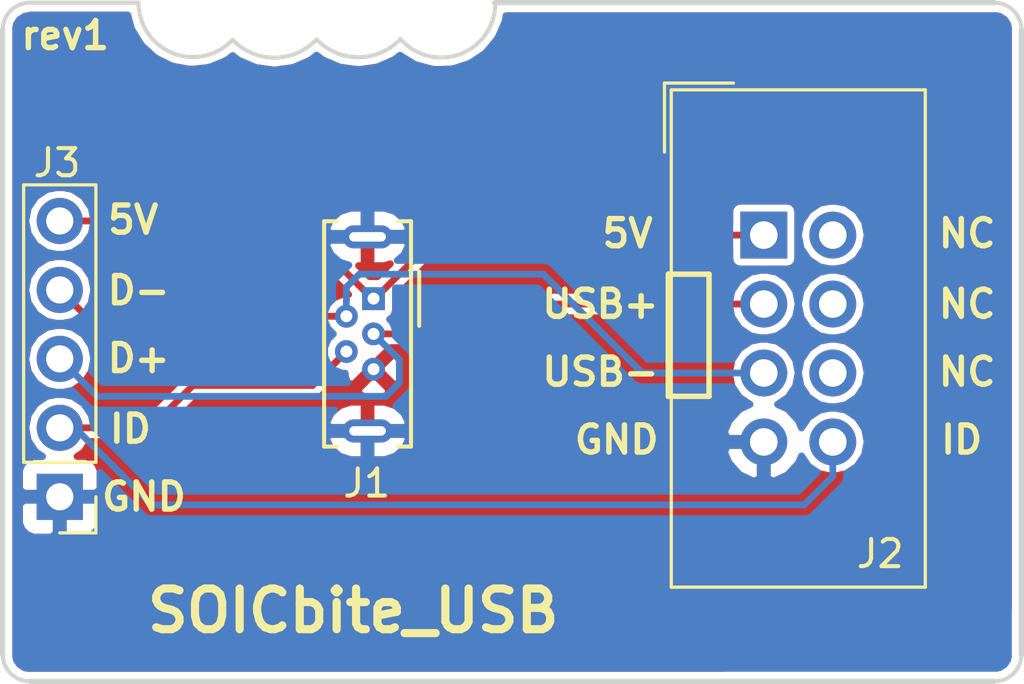
<source format=kicad_pcb>
(kicad_pcb (version 20171130) (host pcbnew 5.0.2-bee76a0~70~ubuntu18.04.1)

  (general
    (thickness 1.6)
    (drawings 33)
    (tracks 34)
    (zones 0)
    (modules 3)
    (nets 6)
  )

  (page A4)
  (layers
    (0 F.Cu signal)
    (31 B.Cu signal)
    (32 B.Adhes user)
    (33 F.Adhes user)
    (34 B.Paste user)
    (35 F.Paste user)
    (36 B.SilkS user)
    (37 F.SilkS user)
    (38 B.Mask user)
    (39 F.Mask user)
    (40 Dwgs.User user)
    (41 Cmts.User user)
    (42 Eco1.User user)
    (43 Eco2.User user)
    (44 Edge.Cuts user)
    (45 Margin user)
    (46 B.CrtYd user)
    (47 F.CrtYd user)
    (48 B.Fab user hide)
    (49 F.Fab user hide)
  )

  (setup
    (last_trace_width 0.25)
    (trace_clearance 0.2)
    (zone_clearance 0.254)
    (zone_45_only no)
    (trace_min 0.2)
    (segment_width 0.2)
    (edge_width 0.15)
    (via_size 0.8)
    (via_drill 0.4)
    (via_min_size 0.4)
    (via_min_drill 0.3)
    (uvia_size 0.3)
    (uvia_drill 0.1)
    (uvias_allowed no)
    (uvia_min_size 0.2)
    (uvia_min_drill 0.1)
    (pcb_text_width 0.3)
    (pcb_text_size 1.5 1.5)
    (mod_edge_width 0.15)
    (mod_text_size 1 1)
    (mod_text_width 0.15)
    (pad_size 1.524 1.524)
    (pad_drill 0.762)
    (pad_to_mask_clearance 0.051)
    (solder_mask_min_width 0.25)
    (aux_axis_origin 0 0)
    (visible_elements FFFFFF7F)
    (pcbplotparams
      (layerselection 0x010fc_ffffffff)
      (usegerberextensions false)
      (usegerberattributes false)
      (usegerberadvancedattributes false)
      (creategerberjobfile false)
      (excludeedgelayer true)
      (linewidth 0.100000)
      (plotframeref false)
      (viasonmask false)
      (mode 1)
      (useauxorigin false)
      (hpglpennumber 1)
      (hpglpenspeed 20)
      (hpglpendiameter 15.000000)
      (psnegative false)
      (psa4output false)
      (plotreference true)
      (plotvalue true)
      (plotinvisibletext false)
      (padsonsilk false)
      (subtractmaskfromsilk false)
      (outputformat 1)
      (mirror false)
      (drillshape 0)
      (scaleselection 1)
      (outputdirectory "gerbers/"))
  )

  (net 0 "")
  (net 1 +5V)
  (net 2 /USB-)
  (net 3 /USB+)
  (net 4 /USB_ID)
  (net 5 GND)

  (net_class Default "This is the default net class."
    (clearance 0.2)
    (trace_width 0.25)
    (via_dia 0.8)
    (via_drill 0.4)
    (uvia_dia 0.3)
    (uvia_drill 0.1)
    (add_net +5V)
    (add_net /USB+)
    (add_net /USB-)
    (add_net /USB_ID)
    (add_net GND)
  )

  (module Connector_USB:USB_Micro-B_Wuerth_614105150721_Vertical (layer F.Cu) (tedit 5A142044) (tstamp 5D45609B)
    (at 118.65 94.4 270)
    (descr "USB Micro-B receptacle, through-hole, vertical, http://katalog.we-online.de/em/datasheet/614105150721.pdf")
    (tags "usb micro receptacle vertical")
    (path /5D357F62)
    (fp_text reference J1 (at 6.8 0.25) (layer F.SilkS)
      (effects (font (size 1 1) (thickness 0.15)))
    )
    (fp_text value USB_B_Micro (at 1.3 2.92 270) (layer F.Fab)
      (effects (font (size 1 1) (thickness 0.15)))
    )
    (fp_line (start -2.7 -1.23) (end -1 -1.23) (layer F.Fab) (width 0.15))
    (fp_line (start -1 -1.23) (end 0 -0.23) (layer F.Fab) (width 0.15))
    (fp_line (start 0 -0.23) (end 1 -1.23) (layer F.Fab) (width 0.15))
    (fp_line (start 1 -1.23) (end 5.3 -1.23) (layer F.Fab) (width 0.15))
    (fp_line (start 5.3 -1.23) (end 5.3 1.67) (layer F.Fab) (width 0.15))
    (fp_line (start 5.3 1.67) (end -2.7 1.67) (layer F.Fab) (width 0.15))
    (fp_line (start -2.7 1.67) (end -2.7 -1.23) (layer F.Fab) (width 0.15))
    (fp_line (start -2.85 -0.905) (end -2.85 -1.38) (layer F.SilkS) (width 0.15))
    (fp_line (start -2.85 -1.38) (end 5.45 -1.38) (layer F.SilkS) (width 0.15))
    (fp_line (start 5.45 -1.38) (end 5.45 -0.905) (layer F.SilkS) (width 0.15))
    (fp_line (start -2.85 1.345) (end -2.85 1.82) (layer F.SilkS) (width 0.15))
    (fp_line (start -2.85 1.82) (end 5.45 1.82) (layer F.SilkS) (width 0.15))
    (fp_line (start 5.45 1.82) (end 5.45 1.345) (layer F.SilkS) (width 0.15))
    (fp_line (start -1 -1.68) (end 1 -1.68) (layer F.SilkS) (width 0.15))
    (fp_line (start -3.2 -1.73) (end -3.2 2.17) (layer F.CrtYd) (width 0.05))
    (fp_line (start -3.2 2.17) (end 5.8 2.17) (layer F.CrtYd) (width 0.05))
    (fp_line (start 5.8 2.17) (end 5.8 -1.73) (layer F.CrtYd) (width 0.05))
    (fp_line (start 5.8 -1.73) (end -3.2 -1.73) (layer F.CrtYd) (width 0.05))
    (fp_text user %R (at 1.3 0.22 270) (layer F.Fab)
      (effects (font (size 1 1) (thickness 0.15)))
    )
    (pad 1 thru_hole rect (at 0 0 270) (size 0.84 0.84) (drill 0.44) (layers *.Cu *.Mask)
      (net 1 +5V))
    (pad 2 thru_hole circle (at 0.65 1 270) (size 0.84 0.84) (drill 0.44) (layers *.Cu *.Mask)
      (net 2 /USB-))
    (pad 3 thru_hole circle (at 1.3 0 270) (size 0.84 0.84) (drill 0.44) (layers *.Cu *.Mask)
      (net 3 /USB+))
    (pad 4 thru_hole circle (at 1.95 1 270) (size 0.84 0.84) (drill 0.44) (layers *.Cu *.Mask)
      (net 4 /USB_ID))
    (pad 5 thru_hole circle (at 2.6 0 270) (size 0.84 0.84) (drill 0.44) (layers *.Cu *.Mask)
      (net 5 GND))
    (pad 6 thru_hole oval (at -2.275 0.22 270) (size 0.85 1.85) (drill oval 0.35 1.35) (layers *.Cu *.Mask)
      (net 5 GND))
    (pad 6 thru_hole oval (at 4.875 0.22 270) (size 0.85 1.85) (drill oval 0.35 1.35) (layers *.Cu *.Mask)
      (net 5 GND))
    (model ${KISYS3DMOD}/Connector_USB.3dshapes/USB_Micro-B_Wuerth_614105150721_Vertical.wrl
      (at (xyz 0 0 0))
      (scale (xyz 1 1 1))
      (rotate (xyz 0 0 0))
    )
    (model "${KIPRJMOD}/SOICbite_USB.3dshapes/614105150721 (rev1)(2).stp"
      (offset (xyz 1.35 -0.1 1.65))
      (scale (xyz 1 1 1))
      (rotate (xyz 90 0 0))
    )
  )

  (module Connector_IDC:IDC-Header_2x04_P2.54mm_Vertical (layer F.Cu) (tedit 59DE070F) (tstamp 5D4560FA)
    (at 133.015001 92.060001)
    (descr "Through hole straight IDC box header, 2x04, 2.54mm pitch, double rows")
    (tags "Through hole IDC box header THT 2x04 2.54mm double row")
    (path /5D3580F5)
    (fp_text reference J2 (at 4.284999 11.739999) (layer F.SilkS)
      (effects (font (size 1 1) (thickness 0.15)))
    )
    (fp_text value 2x4_IDC (at 1.27 14.224) (layer F.Fab)
      (effects (font (size 1 1) (thickness 0.15)))
    )
    (fp_text user %R (at 1.27 3.81) (layer F.Fab)
      (effects (font (size 1 1) (thickness 0.15)))
    )
    (fp_line (start 5.695 -5.1) (end 5.695 12.72) (layer F.Fab) (width 0.1))
    (fp_line (start 5.145 -4.56) (end 5.145 12.16) (layer F.Fab) (width 0.1))
    (fp_line (start -3.155 -5.1) (end -3.155 12.72) (layer F.Fab) (width 0.1))
    (fp_line (start -2.605 -4.56) (end -2.605 1.56) (layer F.Fab) (width 0.1))
    (fp_line (start -2.605 6.06) (end -2.605 12.16) (layer F.Fab) (width 0.1))
    (fp_line (start -2.605 1.56) (end -3.155 1.56) (layer F.Fab) (width 0.1))
    (fp_line (start -2.605 6.06) (end -3.155 6.06) (layer F.Fab) (width 0.1))
    (fp_line (start 5.695 -5.1) (end -3.155 -5.1) (layer F.Fab) (width 0.1))
    (fp_line (start 5.145 -4.56) (end -2.605 -4.56) (layer F.Fab) (width 0.1))
    (fp_line (start 5.695 12.72) (end -3.155 12.72) (layer F.Fab) (width 0.1))
    (fp_line (start 5.145 12.16) (end -2.605 12.16) (layer F.Fab) (width 0.1))
    (fp_line (start 5.695 -5.1) (end 5.145 -4.56) (layer F.Fab) (width 0.1))
    (fp_line (start 5.695 12.72) (end 5.145 12.16) (layer F.Fab) (width 0.1))
    (fp_line (start -3.155 -5.1) (end -2.605 -4.56) (layer F.Fab) (width 0.1))
    (fp_line (start -3.155 12.72) (end -2.605 12.16) (layer F.Fab) (width 0.1))
    (fp_line (start 5.95 -5.35) (end 5.95 12.97) (layer F.CrtYd) (width 0.05))
    (fp_line (start 5.95 12.97) (end -3.41 12.97) (layer F.CrtYd) (width 0.05))
    (fp_line (start -3.41 12.97) (end -3.41 -5.35) (layer F.CrtYd) (width 0.05))
    (fp_line (start -3.41 -5.35) (end 5.95 -5.35) (layer F.CrtYd) (width 0.05))
    (fp_line (start 5.945 -5.35) (end 5.945 12.97) (layer F.SilkS) (width 0.12))
    (fp_line (start 5.945 12.97) (end -3.405 12.97) (layer F.SilkS) (width 0.12))
    (fp_line (start -3.405 12.97) (end -3.405 -5.35) (layer F.SilkS) (width 0.12))
    (fp_line (start -3.405 -5.35) (end 5.945 -5.35) (layer F.SilkS) (width 0.12))
    (fp_line (start -3.655 -5.6) (end -3.655 -3.06) (layer F.SilkS) (width 0.12))
    (fp_line (start -3.655 -5.6) (end -1.115 -5.6) (layer F.SilkS) (width 0.12))
    (pad 1 thru_hole rect (at 0 0) (size 1.7272 1.7272) (drill 1.016) (layers *.Cu *.Mask)
      (net 1 +5V))
    (pad 2 thru_hole oval (at 2.54 0) (size 1.7272 1.7272) (drill 1.016) (layers *.Cu *.Mask))
    (pad 3 thru_hole oval (at 0 2.54) (size 1.7272 1.7272) (drill 1.016) (layers *.Cu *.Mask)
      (net 3 /USB+))
    (pad 4 thru_hole oval (at 2.54 2.54) (size 1.7272 1.7272) (drill 1.016) (layers *.Cu *.Mask))
    (pad 5 thru_hole oval (at 0 5.08) (size 1.7272 1.7272) (drill 1.016) (layers *.Cu *.Mask)
      (net 2 /USB-))
    (pad 6 thru_hole oval (at 2.54 5.08) (size 1.7272 1.7272) (drill 1.016) (layers *.Cu *.Mask))
    (pad 7 thru_hole oval (at 0 7.62) (size 1.7272 1.7272) (drill 1.016) (layers *.Cu *.Mask)
      (net 5 GND))
    (pad 8 thru_hole oval (at 2.54 7.62) (size 1.7272 1.7272) (drill 1.016) (layers *.Cu *.Mask)
      (net 4 /USB_ID))
    (model ${KISYS3DMOD}/Connector_IDC.3dshapes/IDC-Header_2x04_P2.54mm_Vertical.wrl
      (at (xyz 0 0 0))
      (scale (xyz 1 1 1))
      (rotate (xyz 0 0 0))
    )
  )

  (module Connector_PinHeader_2.54mm:PinHeader_1x05_P2.54mm_Vertical (layer F.Cu) (tedit 59FED5CC) (tstamp 5D45604E)
    (at 107.1 101.7 180)
    (descr "Through hole straight pin header, 1x05, 2.54mm pitch, single row")
    (tags "Through hole pin header THT 1x05 2.54mm single row")
    (path /5D366171)
    (fp_text reference J3 (at 0.1 12.3 180) (layer F.SilkS)
      (effects (font (size 1 1) (thickness 0.15)))
    )
    (fp_text value Conn_01x05 (at 0 12.49 180) (layer F.Fab)
      (effects (font (size 1 1) (thickness 0.15)))
    )
    (fp_line (start -0.635 -1.27) (end 1.27 -1.27) (layer F.Fab) (width 0.1))
    (fp_line (start 1.27 -1.27) (end 1.27 11.43) (layer F.Fab) (width 0.1))
    (fp_line (start 1.27 11.43) (end -1.27 11.43) (layer F.Fab) (width 0.1))
    (fp_line (start -1.27 11.43) (end -1.27 -0.635) (layer F.Fab) (width 0.1))
    (fp_line (start -1.27 -0.635) (end -0.635 -1.27) (layer F.Fab) (width 0.1))
    (fp_line (start -1.33 11.49) (end 1.33 11.49) (layer F.SilkS) (width 0.12))
    (fp_line (start -1.33 1.27) (end -1.33 11.49) (layer F.SilkS) (width 0.12))
    (fp_line (start 1.33 1.27) (end 1.33 11.49) (layer F.SilkS) (width 0.12))
    (fp_line (start -1.33 1.27) (end 1.33 1.27) (layer F.SilkS) (width 0.12))
    (fp_line (start -1.33 0) (end -1.33 -1.33) (layer F.SilkS) (width 0.12))
    (fp_line (start -1.33 -1.33) (end 0 -1.33) (layer F.SilkS) (width 0.12))
    (fp_line (start -1.8 -1.8) (end -1.8 11.95) (layer F.CrtYd) (width 0.05))
    (fp_line (start -1.8 11.95) (end 1.8 11.95) (layer F.CrtYd) (width 0.05))
    (fp_line (start 1.8 11.95) (end 1.8 -1.8) (layer F.CrtYd) (width 0.05))
    (fp_line (start 1.8 -1.8) (end -1.8 -1.8) (layer F.CrtYd) (width 0.05))
    (fp_text user %R (at 0 5.08 270) (layer F.Fab)
      (effects (font (size 1 1) (thickness 0.15)))
    )
    (pad 1 thru_hole rect (at 0 0 180) (size 1.7 1.7) (drill 1) (layers *.Cu *.Mask)
      (net 5 GND))
    (pad 2 thru_hole oval (at 0 2.54 180) (size 1.7 1.7) (drill 1) (layers *.Cu *.Mask)
      (net 4 /USB_ID))
    (pad 3 thru_hole oval (at 0 5.08 180) (size 1.7 1.7) (drill 1) (layers *.Cu *.Mask)
      (net 3 /USB+))
    (pad 4 thru_hole oval (at 0 7.62 180) (size 1.7 1.7) (drill 1) (layers *.Cu *.Mask)
      (net 2 /USB-))
    (pad 5 thru_hole oval (at 0 10.16 180) (size 1.7 1.7) (drill 1) (layers *.Cu *.Mask)
      (net 1 +5V))
  )

  (gr_arc (start 106 107.5) (end 105 107.5) (angle -90) (layer Edge.Cuts) (width 0.15))
  (gr_arc (start 141.5 107.5) (end 141.5 108.5) (angle -90) (layer Edge.Cuts) (width 0.15))
  (gr_arc (start 141.5 84.5) (end 142.5 84.5) (angle -90) (layer Edge.Cuts) (width 0.15))
  (gr_arc (start 121.143029 83.533495) (end 119.643029 84.833495) (angle -140.0545485) (layer Edge.Cuts) (width 0.15) (tstamp 5D457E8E))
  (gr_arc (start 118.090459 83.384429) (end 116.55257 84.849066) (angle -93.3724768) (layer Edge.Cuts) (width 0.15) (tstamp 5D457DFF))
  (gr_arc (start 115 83.4) (end 113.462111 84.864637) (angle -93.3724768) (layer Edge.Cuts) (width 0.15) (tstamp 5D457CA3))
  (gr_line (start 106 83.5) (end 110 83.5) (layer Edge.Cuts) (width 0.15))
  (gr_arc (start 112 83.5) (end 110 83.5) (angle -136.974934) (layer Edge.Cuts) (width 0.15))
  (gr_arc (start 106 84.5) (end 106 83.5) (angle -90) (layer Edge.Cuts) (width 0.15))
  (gr_text GND (at 110.2 101.7) (layer F.SilkS) (tstamp 5D456E5B)
    (effects (font (size 1 1) (thickness 0.2)))
  )
  (gr_text ID (at 109.7 99.2) (layer F.SilkS) (tstamp 5D456E58)
    (effects (font (size 1 1) (thickness 0.2)))
  )
  (gr_text D- (at 110 94.1) (layer F.SilkS) (tstamp 5D456E54)
    (effects (font (size 1 1) (thickness 0.2)))
  )
  (gr_text D+ (at 110 96.6) (layer F.SilkS) (tstamp 5D456E4E)
    (effects (font (size 1 1) (thickness 0.2)))
  )
  (gr_text 5V (at 109.8 91.5) (layer F.SilkS) (tstamp 5D456E4B)
    (effects (font (size 1 1) (thickness 0.2)))
  )
  (gr_text NC (at 140.5 92) (layer F.SilkS) (tstamp 5D456853)
    (effects (font (size 1 1) (thickness 0.2)))
  )
  (gr_text NC (at 140.5 94.6) (layer F.SilkS) (tstamp 5D45680D)
    (effects (font (size 1 1) (thickness 0.2)))
  )
  (gr_text NC (at 140.5 97.1) (layer F.SilkS) (tstamp 5D45677E)
    (effects (font (size 1 1) (thickness 0.2)))
  )
  (gr_text ID (at 140.3 99.6) (layer F.SilkS) (tstamp 5D4566AA)
    (effects (font (size 1 1) (thickness 0.2)))
  )
  (gr_text GND (at 127.6 99.6) (layer F.SilkS) (tstamp 5D4565F6)
    (effects (font (size 1 1) (thickness 0.2)))
  )
  (gr_text USB- (at 127 97.1) (layer F.SilkS) (tstamp 5D4565AD)
    (effects (font (size 1 1) (thickness 0.2)))
  )
  (gr_text USB+ (at 127 94.6) (layer F.SilkS) (tstamp 5D4564DD)
    (effects (font (size 1 1) (thickness 0.2)))
  )
  (gr_text 5V (at 128 92) (layer F.SilkS)
    (effects (font (size 1 1) (thickness 0.2)))
  )
  (gr_text rev1 (at 107.3 84.7) (layer F.SilkS)
    (effects (font (size 1 1) (thickness 0.2)))
  )
  (gr_text defproc.co.uk (at 137 107) (layer F.Cu)
    (effects (font (size 1 1) (thickness 0.2)))
  )
  (gr_text SOICbite_USB (at 117.9 105.9) (layer F.SilkS)
    (effects (font (size 1.5 1.5) (thickness 0.3)))
  )
  (gr_line (start 129.5 98) (end 129.5 93.5) (layer F.SilkS) (width 0.2))
  (gr_line (start 131 98) (end 129.5 98) (layer F.SilkS) (width 0.2))
  (gr_line (start 131 93.5) (end 131 98) (layer F.SilkS) (width 0.2))
  (gr_line (start 129.5 93.5) (end 131 93.5) (layer F.SilkS) (width 0.2))
  (gr_line (start 105 107.5) (end 105 84.5) (layer Edge.Cuts) (width 0.2))
  (gr_line (start 141.5 108.5) (end 106 108.5) (layer Edge.Cuts) (width 0.2))
  (gr_line (start 142.5 84.5) (end 142.5 107.5) (layer Edge.Cuts) (width 0.2))
  (gr_line (start 123.1 83.5) (end 141.5 83.5) (layer Edge.Cuts) (width 0.2))

  (segment (start 118.7 94.4) (end 118.65 94.4) (width 0.25) (layer F.Cu) (net 1))
  (segment (start 133.015001 92.060001) (end 121.039999 92.060001) (width 0.25) (layer F.Cu) (net 1))
  (segment (start 121.039999 92.060001) (end 118.7 94.4) (width 0.25) (layer F.Cu) (net 1))
  (segment (start 118.6 94.4) (end 118.65 94.4) (width 0.25) (layer F.Cu) (net 1))
  (segment (start 107.1 91.54) (end 115.74 91.54) (width 0.25) (layer F.Cu) (net 1))
  (segment (start 115.74 91.54) (end 118.6 94.4) (width 0.25) (layer F.Cu) (net 1))
  (segment (start 108.07 95.05) (end 107.1 94.08) (width 0.25) (layer F.Cu) (net 2))
  (segment (start 117.65 95.05) (end 108.07 95.05) (width 0.25) (layer F.Cu) (net 2))
  (segment (start 117.65 93.974998) (end 117.65 94.456031) (width 0.25) (layer B.Cu) (net 2))
  (segment (start 118.124998 93.5) (end 117.65 93.974998) (width 0.25) (layer B.Cu) (net 2))
  (segment (start 124.9 93.5) (end 118.124998 93.5) (width 0.25) (layer B.Cu) (net 2))
  (segment (start 117.65 94.456031) (end 117.65 95.05) (width 0.25) (layer B.Cu) (net 2))
  (segment (start 133.015001 97.140001) (end 128.540001 97.140001) (width 0.25) (layer B.Cu) (net 2))
  (segment (start 128.540001 97.140001) (end 124.9 93.5) (width 0.25) (layer B.Cu) (net 2))
  (segment (start 124.2 95.7) (end 118.65 95.7) (width 0.25) (layer F.Cu) (net 3))
  (segment (start 133.015001 94.600001) (end 125.299999 94.600001) (width 0.25) (layer F.Cu) (net 3))
  (segment (start 125.299999 94.600001) (end 124.2 95.7) (width 0.25) (layer F.Cu) (net 3))
  (segment (start 107.949999 97.469999) (end 107.1 96.62) (width 0.25) (layer B.Cu) (net 3))
  (segment (start 108.48 98) (end 107.949999 97.469999) (width 0.25) (layer B.Cu) (net 3))
  (segment (start 119.1 98) (end 108.48 98) (width 0.25) (layer B.Cu) (net 3))
  (segment (start 119.6 97.5) (end 119.1 98) (width 0.25) (layer B.Cu) (net 3))
  (segment (start 118.65 95.7) (end 119.6 96.65) (width 0.25) (layer B.Cu) (net 3))
  (segment (start 119.6 96.65) (end 119.6 97.5) (width 0.25) (layer B.Cu) (net 3))
  (segment (start 117.230001 96.769999) (end 117.65 96.35) (width 0.25) (layer F.Cu) (net 4))
  (segment (start 116.4 97.6) (end 117.230001 96.769999) (width 0.25) (layer F.Cu) (net 4))
  (segment (start 116.4 97.6) (end 117.65 96.35) (width 0.25) (layer F.Cu) (net 4))
  (segment (start 112 97.6) (end 116.4 97.6) (width 0.25) (layer F.Cu) (net 4))
  (segment (start 107.1 99.16) (end 110.44 99.16) (width 0.25) (layer F.Cu) (net 4))
  (segment (start 110.44 99.16) (end 112 97.6) (width 0.25) (layer F.Cu) (net 4))
  (segment (start 107.66 99.16) (end 107.1 99.16) (width 0.25) (layer B.Cu) (net 4))
  (segment (start 135.555001 99.680001) (end 135.555001 100.944999) (width 0.25) (layer B.Cu) (net 4))
  (segment (start 110.5 102) (end 107.66 99.16) (width 0.25) (layer B.Cu) (net 4))
  (segment (start 134.5 102) (end 110.5 102) (width 0.25) (layer B.Cu) (net 4))
  (segment (start 135.555001 100.944999) (end 134.5 102) (width 0.25) (layer B.Cu) (net 4))

  (zone (net 5) (net_name GND) (layer F.Cu) (tstamp 5D456E04) (hatch edge 0.508)
    (connect_pads (clearance 0.254))
    (min_thickness 0.254)
    (fill yes (arc_segments 16) (thermal_gap 0.508) (thermal_bridge_width 0.508))
    (polygon
      (pts
        (xy 105 83.5) (xy 142.5 83.5) (xy 142.5 108.5) (xy 105 108.5)
      )
    )
    (filled_polygon
      (pts
        (xy 109.716264 84.393348) (xy 109.740339 84.450411) (xy 109.76368 84.507678) (xy 109.766522 84.51247) (xy 110.058792 84.998409)
        (xy 110.097888 85.046388) (xy 110.13639 85.094835) (xy 110.140463 85.098637) (xy 110.557371 85.483012) (xy 110.608329 85.518067)
        (xy 110.658914 85.553784) (xy 110.66389 85.55629) (xy 111.171923 85.808204) (xy 111.230727 85.827566) (xy 111.289248 85.847631)
        (xy 111.294727 85.848639) (xy 111.853042 85.94784) (xy 111.914867 85.949918) (xy 111.976719 85.952754) (xy 111.98226 85.952183)
        (xy 112.545978 85.890695) (xy 112.605918 85.875333) (xy 112.666059 85.8607) (xy 112.671215 85.858598) (xy 112.67122 85.858597)
        (xy 112.671225 85.858594) (xy 113.19502 85.641365) (xy 113.248212 85.609813) (xy 113.301859 85.578872) (xy 113.30622 85.575406)
        (xy 113.462691 85.449487) (xy 113.620216 85.57574) (xy 113.644462 85.590258) (xy 113.666289 85.608202) (xy 113.725576 85.638967)
        (xy 114.25531 85.866287) (xy 114.282989 85.873924) (xy 114.30925 85.88552) (xy 114.374625 85.899208) (xy 114.945977 85.975697)
        (xy 114.974689 85.975609) (xy 115.003101 85.979716) (xy 115.06975 85.975319) (xy 115.640624 85.895342) (xy 115.668251 85.887537)
        (xy 115.696723 85.883852) (xy 115.759734 85.861693) (xy 116.288071 85.631145) (xy 116.312584 85.616197) (xy 116.339015 85.604991)
        (xy 116.393746 85.566704) (xy 116.554942 85.435353) (xy 116.710675 85.560169) (xy 116.734921 85.574687) (xy 116.756748 85.592631)
        (xy 116.816035 85.623396) (xy 117.345769 85.850716) (xy 117.373448 85.858353) (xy 117.399709 85.869949) (xy 117.465084 85.883637)
        (xy 118.036436 85.960126) (xy 118.065148 85.960038) (xy 118.09356 85.964145) (xy 118.160209 85.959748) (xy 118.731083 85.879771)
        (xy 118.75871 85.871966) (xy 118.787182 85.868281) (xy 118.850193 85.846122) (xy 119.37853 85.615574) (xy 119.403043 85.600626)
        (xy 119.429474 85.58942) (xy 119.484205 85.551133) (xy 119.622752 85.438238) (xy 119.640778 85.453434) (xy 119.645521 85.456356)
        (xy 120.1265 85.748578) (xy 120.183414 85.77289) (xy 120.240023 85.797894) (xy 120.245396 85.799367) (xy 120.789059 85.944849)
        (xy 120.850523 85.952212) (xy 120.911861 85.960321) (xy 120.917431 85.960227) (xy 121.480074 85.947273) (xy 121.541105 85.937094)
        (xy 121.602283 85.927657) (xy 121.607603 85.926003) (xy 122.143993 85.755654) (xy 122.199704 85.72876) (xy 122.255784 85.702527)
        (xy 122.260426 85.699447) (xy 122.727445 85.385399) (xy 122.773352 85.343964) (xy 122.819832 85.303031) (xy 122.823423 85.298771)
        (xy 123.183528 84.866269) (xy 123.215983 84.813579) (xy 123.249084 84.761281) (xy 123.251334 84.756185) (xy 123.475577 84.239997)
        (xy 123.491936 84.180324) (xy 123.50903 84.120832) (xy 123.50976 84.115308) (xy 123.526682 83.981) (xy 141.547373 83.981)
        (xy 141.564073 83.977678) (xy 141.704761 84.005663) (xy 141.878349 84.121651) (xy 141.994337 84.295239) (xy 142.022322 84.435928)
        (xy 142.019 84.452628) (xy 142.019001 105.849) (xy 131.495191 105.849) (xy 131.495191 108.019) (xy 105.952627 108.019)
        (xy 105.935927 108.022322) (xy 105.795239 107.994337) (xy 105.621651 107.878349) (xy 105.505663 107.704761) (xy 105.477678 107.564073)
        (xy 105.481 107.547373) (xy 105.481 101.98575) (xy 105.615 101.98575) (xy 105.615 102.67631) (xy 105.711673 102.909699)
        (xy 105.890302 103.088327) (xy 106.123691 103.185) (xy 106.81425 103.185) (xy 106.973 103.02625) (xy 106.973 101.827)
        (xy 107.227 101.827) (xy 107.227 103.02625) (xy 107.38575 103.185) (xy 108.076309 103.185) (xy 108.309698 103.088327)
        (xy 108.488327 102.909699) (xy 108.585 102.67631) (xy 108.585 101.98575) (xy 108.42625 101.827) (xy 107.227 101.827)
        (xy 106.973 101.827) (xy 105.77375 101.827) (xy 105.615 101.98575) (xy 105.481 101.98575) (xy 105.481 100.72369)
        (xy 105.615 100.72369) (xy 105.615 101.41425) (xy 105.77375 101.573) (xy 106.973 101.573) (xy 106.973 101.553)
        (xy 107.227 101.553) (xy 107.227 101.573) (xy 108.42625 101.573) (xy 108.585 101.41425) (xy 108.585 100.72369)
        (xy 108.488327 100.490301) (xy 108.309698 100.311673) (xy 108.076309 100.215) (xy 107.736821 100.215) (xy 107.987501 100.047501)
        (xy 108.242412 99.666) (xy 110.390166 99.666) (xy 110.44 99.675913) (xy 110.489834 99.666) (xy 110.489835 99.666)
        (xy 110.637431 99.636641) (xy 110.744557 99.565062) (xy 116.91046 99.565062) (xy 117.090664 99.934731) (xy 117.407023 100.205712)
        (xy 117.803 100.335) (xy 118.303 100.335) (xy 118.303 99.402) (xy 118.557 99.402) (xy 118.557 100.335)
        (xy 119.057 100.335) (xy 119.452977 100.205712) (xy 119.647574 100.039027) (xy 131.560043 100.039027) (xy 131.732313 100.454948)
        (xy 132.126511 100.886822) (xy 132.655974 101.134969) (xy 132.888001 101.01447) (xy 132.888001 99.807001) (xy 131.681184 99.807001)
        (xy 131.560043 100.039027) (xy 119.647574 100.039027) (xy 119.769336 99.934731) (xy 119.94954 99.565062) (xy 119.822257 99.402)
        (xy 118.557 99.402) (xy 118.303 99.402) (xy 117.037743 99.402) (xy 116.91046 99.565062) (xy 110.744557 99.565062)
        (xy 110.804806 99.524806) (xy 110.833039 99.482553) (xy 110.994617 99.320975) (xy 131.560043 99.320975) (xy 131.681184 99.553001)
        (xy 132.888001 99.553001) (xy 132.888001 99.533001) (xy 133.142001 99.533001) (xy 133.142001 99.553001) (xy 133.162001 99.553001)
        (xy 133.162001 99.807001) (xy 133.142001 99.807001) (xy 133.142001 101.01447) (xy 133.374028 101.134969) (xy 133.903491 100.886822)
        (xy 134.297689 100.454948) (xy 134.404166 100.197875) (xy 134.657695 100.577307) (xy 135.069382 100.852388) (xy 135.43242 100.924601)
        (xy 135.677582 100.924601) (xy 136.04062 100.852388) (xy 136.452307 100.577307) (xy 136.727388 100.16562) (xy 136.823984 99.680001)
        (xy 136.727388 99.194382) (xy 136.452307 98.782695) (xy 136.04062 98.507614) (xy 135.677582 98.435401) (xy 135.43242 98.435401)
        (xy 135.069382 98.507614) (xy 134.657695 98.782695) (xy 134.404166 99.162127) (xy 134.297689 98.905054) (xy 133.903491 98.47318)
        (xy 133.525271 98.295917) (xy 133.912307 98.037307) (xy 134.187388 97.62562) (xy 134.283984 97.140001) (xy 134.286018 97.140001)
        (xy 134.382614 97.62562) (xy 134.657695 98.037307) (xy 135.069382 98.312388) (xy 135.43242 98.384601) (xy 135.677582 98.384601)
        (xy 136.04062 98.312388) (xy 136.452307 98.037307) (xy 136.727388 97.62562) (xy 136.823984 97.140001) (xy 136.727388 96.654382)
        (xy 136.452307 96.242695) (xy 136.04062 95.967614) (xy 135.677582 95.895401) (xy 135.43242 95.895401) (xy 135.069382 95.967614)
        (xy 134.657695 96.242695) (xy 134.382614 96.654382) (xy 134.286018 97.140001) (xy 134.283984 97.140001) (xy 134.187388 96.654382)
        (xy 133.912307 96.242695) (xy 133.50062 95.967614) (xy 133.137582 95.895401) (xy 132.89242 95.895401) (xy 132.529382 95.967614)
        (xy 132.117695 96.242695) (xy 131.842614 96.654382) (xy 131.746018 97.140001) (xy 131.842614 97.62562) (xy 132.117695 98.037307)
        (xy 132.504731 98.295917) (xy 132.126511 98.47318) (xy 131.732313 98.905054) (xy 131.560043 99.320975) (xy 110.994617 99.320975)
        (xy 111.330654 98.984938) (xy 116.91046 98.984938) (xy 117.037743 99.148) (xy 118.303 99.148) (xy 118.303 98.215)
        (xy 118.557 98.215) (xy 118.557 99.148) (xy 119.822257 99.148) (xy 119.94954 98.984938) (xy 119.769336 98.615269)
        (xy 119.452977 98.344288) (xy 119.057 98.215) (xy 118.557 98.215) (xy 118.303 98.215) (xy 117.803 98.215)
        (xy 117.407023 98.344288) (xy 117.090664 98.615269) (xy 116.91046 98.984938) (xy 111.330654 98.984938) (xy 112.209592 98.106)
        (xy 116.350166 98.106) (xy 116.4 98.115913) (xy 116.449834 98.106) (xy 116.449835 98.106) (xy 116.597431 98.076641)
        (xy 116.764806 97.964806) (xy 116.793038 97.922553) (xy 116.983678 97.731913) (xy 118.097692 97.731913) (xy 118.124905 97.938796)
        (xy 118.524137 98.068279) (xy 118.942531 98.035127) (xy 119.175095 97.938796) (xy 119.202308 97.731913) (xy 118.65 97.179605)
        (xy 118.097692 97.731913) (xy 116.983678 97.731913) (xy 117.163283 97.552308) (xy 117.564592 97.151) (xy 117.603659 97.151)
        (xy 117.614873 97.292531) (xy 117.711204 97.525095) (xy 117.918087 97.552308) (xy 118.470395 97) (xy 118.829605 97)
        (xy 119.381913 97.552308) (xy 119.588796 97.525095) (xy 119.718279 97.125863) (xy 119.685127 96.707469) (xy 119.588796 96.474905)
        (xy 119.381913 96.447692) (xy 118.829605 97) (xy 118.470395 97) (xy 118.456253 96.985858) (xy 118.635858 96.806253)
        (xy 118.65 96.820395) (xy 119.082579 96.387816) (xy 119.10373 96.379055) (xy 119.276785 96.206) (xy 124.150166 96.206)
        (xy 124.2 96.215913) (xy 124.249834 96.206) (xy 124.249835 96.206) (xy 124.397431 96.176641) (xy 124.564806 96.064806)
        (xy 124.593038 96.022553) (xy 125.509592 95.106001) (xy 131.856232 95.106001) (xy 132.117695 95.497307) (xy 132.529382 95.772388)
        (xy 132.89242 95.844601) (xy 133.137582 95.844601) (xy 133.50062 95.772388) (xy 133.912307 95.497307) (xy 134.187388 95.08562)
        (xy 134.283984 94.600001) (xy 134.286018 94.600001) (xy 134.382614 95.08562) (xy 134.657695 95.497307) (xy 135.069382 95.772388)
        (xy 135.43242 95.844601) (xy 135.677582 95.844601) (xy 136.04062 95.772388) (xy 136.452307 95.497307) (xy 136.727388 95.08562)
        (xy 136.823984 94.600001) (xy 136.727388 94.114382) (xy 136.452307 93.702695) (xy 136.04062 93.427614) (xy 135.677582 93.355401)
        (xy 135.43242 93.355401) (xy 135.069382 93.427614) (xy 134.657695 93.702695) (xy 134.382614 94.114382) (xy 134.286018 94.600001)
        (xy 134.283984 94.600001) (xy 134.187388 94.114382) (xy 133.912307 93.702695) (xy 133.50062 93.427614) (xy 133.137582 93.355401)
        (xy 132.89242 93.355401) (xy 132.529382 93.427614) (xy 132.117695 93.702695) (xy 131.856232 94.094001) (xy 125.349834 94.094001)
        (xy 125.299999 94.084088) (xy 125.250164 94.094001) (xy 125.102568 94.12336) (xy 124.935193 94.235195) (xy 124.906964 94.277443)
        (xy 123.990409 95.194) (xy 119.276785 95.194) (xy 119.244448 95.161663) (xy 119.344686 95.094686) (xy 119.428894 94.968659)
        (xy 119.458464 94.82) (xy 119.458464 94.357127) (xy 121.249591 92.566001) (xy 131.762937 92.566001) (xy 131.762937 92.923601)
        (xy 131.792507 93.07226) (xy 131.876715 93.198287) (xy 132.002742 93.282495) (xy 132.151401 93.312065) (xy 133.878601 93.312065)
        (xy 134.02726 93.282495) (xy 134.153287 93.198287) (xy 134.237495 93.07226) (xy 134.267065 92.923601) (xy 134.267065 92.060001)
        (xy 134.286018 92.060001) (xy 134.382614 92.54562) (xy 134.657695 92.957307) (xy 135.069382 93.232388) (xy 135.43242 93.304601)
        (xy 135.677582 93.304601) (xy 136.04062 93.232388) (xy 136.452307 92.957307) (xy 136.727388 92.54562) (xy 136.823984 92.060001)
        (xy 136.727388 91.574382) (xy 136.452307 91.162695) (xy 136.04062 90.887614) (xy 135.677582 90.815401) (xy 135.43242 90.815401)
        (xy 135.069382 90.887614) (xy 134.657695 91.162695) (xy 134.382614 91.574382) (xy 134.286018 92.060001) (xy 134.267065 92.060001)
        (xy 134.267065 91.196401) (xy 134.237495 91.047742) (xy 134.153287 90.921715) (xy 134.02726 90.837507) (xy 133.878601 90.807937)
        (xy 132.151401 90.807937) (xy 132.002742 90.837507) (xy 131.876715 90.921715) (xy 131.792507 91.047742) (xy 131.762937 91.196401)
        (xy 131.762937 91.554001) (xy 121.089832 91.554001) (xy 121.039998 91.544088) (xy 120.990164 91.554001) (xy 120.842568 91.58336)
        (xy 120.675193 91.695195) (xy 120.646962 91.737446) (xy 119.930702 92.453707) (xy 119.94954 92.415062) (xy 119.822257 92.252)
        (xy 118.557 92.252) (xy 118.557 93.185) (xy 119.057 93.185) (xy 119.268447 93.115962) (xy 118.792873 93.591536)
        (xy 118.507128 93.591536) (xy 118.100592 93.185) (xy 118.303 93.185) (xy 118.303 92.252) (xy 118.283 92.252)
        (xy 118.283 91.998) (xy 118.303 91.998) (xy 118.303 91.065) (xy 118.557 91.065) (xy 118.557 91.998)
        (xy 119.822257 91.998) (xy 119.94954 91.834938) (xy 119.769336 91.465269) (xy 119.452977 91.194288) (xy 119.057 91.065)
        (xy 118.557 91.065) (xy 118.303 91.065) (xy 117.803 91.065) (xy 117.407023 91.194288) (xy 117.090664 91.465269)
        (xy 116.91046 91.834938) (xy 117.037741 91.997998) (xy 116.913589 91.997998) (xy 116.133039 91.217448) (xy 116.104806 91.175194)
        (xy 115.937431 91.063359) (xy 115.789835 91.034) (xy 115.789834 91.034) (xy 115.74 91.024087) (xy 115.690166 91.034)
        (xy 108.242412 91.034) (xy 107.987501 90.652499) (xy 107.580312 90.380424) (xy 107.221239 90.309) (xy 106.978761 90.309)
        (xy 106.619688 90.380424) (xy 106.212499 90.652499) (xy 105.940424 91.059688) (xy 105.844884 91.54) (xy 105.940424 92.020312)
        (xy 106.212499 92.427501) (xy 106.619688 92.699576) (xy 106.978761 92.771) (xy 107.221239 92.771) (xy 107.580312 92.699576)
        (xy 107.987501 92.427501) (xy 108.242412 92.046) (xy 115.530409 92.046) (xy 117.733408 94.249) (xy 117.490671 94.249)
        (xy 117.19627 94.370945) (xy 117.023215 94.544) (xy 108.279592 94.544) (xy 108.265603 94.530011) (xy 108.355116 94.08)
        (xy 108.259576 93.599688) (xy 107.987501 93.192499) (xy 107.580312 92.920424) (xy 107.221239 92.849) (xy 106.978761 92.849)
        (xy 106.619688 92.920424) (xy 106.212499 93.192499) (xy 105.940424 93.599688) (xy 105.844884 94.08) (xy 105.940424 94.560312)
        (xy 106.212499 94.967501) (xy 106.619688 95.239576) (xy 106.978761 95.311) (xy 107.221239 95.311) (xy 107.550011 95.245603)
        (xy 107.676963 95.372555) (xy 107.705194 95.414806) (xy 107.872569 95.526641) (xy 108.020165 95.556) (xy 108.069999 95.565913)
        (xy 108.119833 95.556) (xy 117.023215 95.556) (xy 117.167215 95.7) (xy 116.970945 95.89627) (xy 116.849 96.190671)
        (xy 116.849 96.435408) (xy 116.190409 97.094) (xy 112.049833 97.094) (xy 111.999999 97.084087) (xy 111.950165 97.094)
        (xy 111.802569 97.123359) (xy 111.635194 97.235194) (xy 111.606963 97.277445) (xy 110.230409 98.654) (xy 108.242412 98.654)
        (xy 107.987501 98.272499) (xy 107.580312 98.000424) (xy 107.221239 97.929) (xy 106.978761 97.929) (xy 106.619688 98.000424)
        (xy 106.212499 98.272499) (xy 105.940424 98.679688) (xy 105.844884 99.16) (xy 105.940424 99.640312) (xy 106.212499 100.047501)
        (xy 106.463179 100.215) (xy 106.123691 100.215) (xy 105.890302 100.311673) (xy 105.711673 100.490301) (xy 105.615 100.72369)
        (xy 105.481 100.72369) (xy 105.481 96.62) (xy 105.844884 96.62) (xy 105.940424 97.100312) (xy 106.212499 97.507501)
        (xy 106.619688 97.779576) (xy 106.978761 97.851) (xy 107.221239 97.851) (xy 107.580312 97.779576) (xy 107.987501 97.507501)
        (xy 108.259576 97.100312) (xy 108.355116 96.62) (xy 108.259576 96.139688) (xy 107.987501 95.732499) (xy 107.580312 95.460424)
        (xy 107.221239 95.389) (xy 106.978761 95.389) (xy 106.619688 95.460424) (xy 106.212499 95.732499) (xy 105.940424 96.139688)
        (xy 105.844884 96.62) (xy 105.481 96.62) (xy 105.481 84.452627) (xy 105.477678 84.435927) (xy 105.505663 84.295239)
        (xy 105.621651 84.121651) (xy 105.795239 84.005663) (xy 106.044911 83.956) (xy 109.601324 83.956)
      )
    )
  )
  (zone (net 5) (net_name GND) (layer B.Cu) (tstamp 5D456E01) (hatch edge 0.508)
    (connect_pads (clearance 0.254))
    (min_thickness 0.254)
    (fill yes (arc_segments 16) (thermal_gap 0.508) (thermal_bridge_width 0.508))
    (polygon
      (pts
        (xy 105 83.5) (xy 142.5 83.5) (xy 142.5 108.5) (xy 105 108.5)
      )
    )
    (filled_polygon
      (pts
        (xy 109.716264 84.393348) (xy 109.740339 84.450411) (xy 109.76368 84.507678) (xy 109.766522 84.51247) (xy 110.058792 84.998409)
        (xy 110.097888 85.046388) (xy 110.13639 85.094835) (xy 110.140463 85.098637) (xy 110.557371 85.483012) (xy 110.608329 85.518067)
        (xy 110.658914 85.553784) (xy 110.66389 85.55629) (xy 111.171923 85.808204) (xy 111.230727 85.827566) (xy 111.289248 85.847631)
        (xy 111.294727 85.848639) (xy 111.853042 85.94784) (xy 111.914867 85.949918) (xy 111.976719 85.952754) (xy 111.98226 85.952183)
        (xy 112.545978 85.890695) (xy 112.605918 85.875333) (xy 112.666059 85.8607) (xy 112.671215 85.858598) (xy 112.67122 85.858597)
        (xy 112.671225 85.858594) (xy 113.19502 85.641365) (xy 113.248212 85.609813) (xy 113.301859 85.578872) (xy 113.30622 85.575406)
        (xy 113.462691 85.449487) (xy 113.620216 85.57574) (xy 113.644462 85.590258) (xy 113.666289 85.608202) (xy 113.725576 85.638967)
        (xy 114.25531 85.866287) (xy 114.282989 85.873924) (xy 114.30925 85.88552) (xy 114.374625 85.899208) (xy 114.945977 85.975697)
        (xy 114.974689 85.975609) (xy 115.003101 85.979716) (xy 115.06975 85.975319) (xy 115.640624 85.895342) (xy 115.668251 85.887537)
        (xy 115.696723 85.883852) (xy 115.759734 85.861693) (xy 116.288071 85.631145) (xy 116.312584 85.616197) (xy 116.339015 85.604991)
        (xy 116.393746 85.566704) (xy 116.554942 85.435353) (xy 116.710675 85.560169) (xy 116.734921 85.574687) (xy 116.756748 85.592631)
        (xy 116.816035 85.623396) (xy 117.345769 85.850716) (xy 117.373448 85.858353) (xy 117.399709 85.869949) (xy 117.465084 85.883637)
        (xy 118.036436 85.960126) (xy 118.065148 85.960038) (xy 118.09356 85.964145) (xy 118.160209 85.959748) (xy 118.731083 85.879771)
        (xy 118.75871 85.871966) (xy 118.787182 85.868281) (xy 118.850193 85.846122) (xy 119.37853 85.615574) (xy 119.403043 85.600626)
        (xy 119.429474 85.58942) (xy 119.484205 85.551133) (xy 119.622752 85.438238) (xy 119.640778 85.453434) (xy 119.645521 85.456356)
        (xy 120.1265 85.748578) (xy 120.183414 85.77289) (xy 120.240023 85.797894) (xy 120.245396 85.799367) (xy 120.789059 85.944849)
        (xy 120.850523 85.952212) (xy 120.911861 85.960321) (xy 120.917431 85.960227) (xy 121.480074 85.947273) (xy 121.541105 85.937094)
        (xy 121.602283 85.927657) (xy 121.607603 85.926003) (xy 122.143993 85.755654) (xy 122.199704 85.72876) (xy 122.255784 85.702527)
        (xy 122.260426 85.699447) (xy 122.727445 85.385399) (xy 122.773352 85.343964) (xy 122.819832 85.303031) (xy 122.823423 85.298771)
        (xy 123.183528 84.866269) (xy 123.215983 84.813579) (xy 123.249084 84.761281) (xy 123.251334 84.756185) (xy 123.475577 84.239997)
        (xy 123.491936 84.180324) (xy 123.50903 84.120832) (xy 123.50976 84.115308) (xy 123.526682 83.981) (xy 141.547373 83.981)
        (xy 141.564073 83.977678) (xy 141.704761 84.005663) (xy 141.878349 84.121651) (xy 141.994337 84.295239) (xy 142.022322 84.435928)
        (xy 142.019 84.452628) (xy 142.019001 107.547373) (xy 142.022322 107.56407) (xy 141.994337 107.704761) (xy 141.878349 107.878349)
        (xy 141.704761 107.994337) (xy 141.564073 108.022322) (xy 141.547373 108.019) (xy 105.952627 108.019) (xy 105.935927 108.022322)
        (xy 105.795239 107.994337) (xy 105.621651 107.878349) (xy 105.505663 107.704761) (xy 105.477678 107.564073) (xy 105.481 107.547373)
        (xy 105.481 101.98575) (xy 105.615 101.98575) (xy 105.615 102.67631) (xy 105.711673 102.909699) (xy 105.890302 103.088327)
        (xy 106.123691 103.185) (xy 106.81425 103.185) (xy 106.973 103.02625) (xy 106.973 101.827) (xy 107.227 101.827)
        (xy 107.227 103.02625) (xy 107.38575 103.185) (xy 108.076309 103.185) (xy 108.309698 103.088327) (xy 108.488327 102.909699)
        (xy 108.585 102.67631) (xy 108.585 101.98575) (xy 108.42625 101.827) (xy 107.227 101.827) (xy 106.973 101.827)
        (xy 105.77375 101.827) (xy 105.615 101.98575) (xy 105.481 101.98575) (xy 105.481 100.72369) (xy 105.615 100.72369)
        (xy 105.615 101.41425) (xy 105.77375 101.573) (xy 106.973 101.573) (xy 106.973 101.553) (xy 107.227 101.553)
        (xy 107.227 101.573) (xy 108.42625 101.573) (xy 108.585 101.41425) (xy 108.585 100.800592) (xy 110.106965 102.322558)
        (xy 110.135194 102.364806) (xy 110.177441 102.393034) (xy 110.177442 102.393035) (xy 110.302569 102.476641) (xy 110.5 102.515913)
        (xy 110.549835 102.506) (xy 134.450166 102.506) (xy 134.5 102.515913) (xy 134.549834 102.506) (xy 134.549835 102.506)
        (xy 134.697431 102.476641) (xy 134.864806 102.364806) (xy 134.893038 102.322553) (xy 135.877556 101.338036) (xy 135.919807 101.309805)
        (xy 135.995034 101.197218) (xy 136.031642 101.142431) (xy 136.070914 100.944999) (xy 136.061001 100.895164) (xy 136.061001 100.83877)
        (xy 136.452307 100.577307) (xy 136.727388 100.16562) (xy 136.823984 99.680001) (xy 136.727388 99.194382) (xy 136.452307 98.782695)
        (xy 136.04062 98.507614) (xy 135.677582 98.435401) (xy 135.43242 98.435401) (xy 135.069382 98.507614) (xy 134.657695 98.782695)
        (xy 134.404166 99.162127) (xy 134.297689 98.905054) (xy 133.903491 98.47318) (xy 133.525271 98.295917) (xy 133.912307 98.037307)
        (xy 134.187388 97.62562) (xy 134.283984 97.140001) (xy 134.286018 97.140001) (xy 134.382614 97.62562) (xy 134.657695 98.037307)
        (xy 135.069382 98.312388) (xy 135.43242 98.384601) (xy 135.677582 98.384601) (xy 136.04062 98.312388) (xy 136.452307 98.037307)
        (xy 136.727388 97.62562) (xy 136.823984 97.140001) (xy 136.727388 96.654382) (xy 136.452307 96.242695) (xy 136.04062 95.967614)
        (xy 135.677582 95.895401) (xy 135.43242 95.895401) (xy 135.069382 95.967614) (xy 134.657695 96.242695) (xy 134.382614 96.654382)
        (xy 134.286018 97.140001) (xy 134.283984 97.140001) (xy 134.187388 96.654382) (xy 133.912307 96.242695) (xy 133.50062 95.967614)
        (xy 133.137582 95.895401) (xy 132.89242 95.895401) (xy 132.529382 95.967614) (xy 132.117695 96.242695) (xy 131.856232 96.634001)
        (xy 128.749593 96.634001) (xy 126.715593 94.600001) (xy 131.746018 94.600001) (xy 131.842614 95.08562) (xy 132.117695 95.497307)
        (xy 132.529382 95.772388) (xy 132.89242 95.844601) (xy 133.137582 95.844601) (xy 133.50062 95.772388) (xy 133.912307 95.497307)
        (xy 134.187388 95.08562) (xy 134.283984 94.600001) (xy 134.286018 94.600001) (xy 134.382614 95.08562) (xy 134.657695 95.497307)
        (xy 135.069382 95.772388) (xy 135.43242 95.844601) (xy 135.677582 95.844601) (xy 136.04062 95.772388) (xy 136.452307 95.497307)
        (xy 136.727388 95.08562) (xy 136.823984 94.600001) (xy 136.727388 94.114382) (xy 136.452307 93.702695) (xy 136.04062 93.427614)
        (xy 135.677582 93.355401) (xy 135.43242 93.355401) (xy 135.069382 93.427614) (xy 134.657695 93.702695) (xy 134.382614 94.114382)
        (xy 134.286018 94.600001) (xy 134.283984 94.600001) (xy 134.187388 94.114382) (xy 133.912307 93.702695) (xy 133.50062 93.427614)
        (xy 133.137582 93.355401) (xy 132.89242 93.355401) (xy 132.529382 93.427614) (xy 132.117695 93.702695) (xy 131.842614 94.114382)
        (xy 131.746018 94.600001) (xy 126.715593 94.600001) (xy 125.293039 93.177448) (xy 125.264806 93.135194) (xy 125.097431 93.023359)
        (xy 124.949835 92.994) (xy 124.949834 92.994) (xy 124.9 92.984087) (xy 124.850166 92.994) (xy 119.525023 92.994)
        (xy 119.769336 92.784731) (xy 119.94954 92.415062) (xy 119.822257 92.252) (xy 118.557 92.252) (xy 118.557 92.272)
        (xy 118.303 92.272) (xy 118.303 92.252) (xy 117.037743 92.252) (xy 116.91046 92.415062) (xy 117.090664 92.784731)
        (xy 117.407023 93.055712) (xy 117.74054 93.164606) (xy 117.731961 93.177445) (xy 117.327447 93.58196) (xy 117.285194 93.610192)
        (xy 117.173359 93.777568) (xy 117.16441 93.822558) (xy 117.134087 93.974998) (xy 117.144 94.024833) (xy 117.144001 94.406193)
        (xy 117.144 94.406197) (xy 117.144 94.423215) (xy 116.970945 94.59627) (xy 116.849 94.890671) (xy 116.849 95.209329)
        (xy 116.970945 95.50373) (xy 117.167215 95.7) (xy 116.970945 95.89627) (xy 116.849 96.190671) (xy 116.849 96.509329)
        (xy 116.970945 96.80373) (xy 117.19627 97.029055) (xy 117.490671 97.151) (xy 117.603659 97.151) (xy 117.614873 97.292531)
        (xy 117.698324 97.494) (xy 108.689592 97.494) (xy 108.343035 97.147444) (xy 108.343033 97.147441) (xy 108.265603 97.070011)
        (xy 108.355116 96.62) (xy 108.259576 96.139688) (xy 107.987501 95.732499) (xy 107.580312 95.460424) (xy 107.221239 95.389)
        (xy 106.978761 95.389) (xy 106.619688 95.460424) (xy 106.212499 95.732499) (xy 105.940424 96.139688) (xy 105.844884 96.62)
        (xy 105.940424 97.100312) (xy 106.212499 97.507501) (xy 106.619688 97.779576) (xy 106.978761 97.851) (xy 107.221239 97.851)
        (xy 107.550011 97.785603) (xy 107.627441 97.863033) (xy 107.627444 97.863035) (xy 108.086963 98.322555) (xy 108.115194 98.364806)
        (xy 108.220848 98.435401) (xy 108.282568 98.476641) (xy 108.48 98.515913) (xy 108.529835 98.506) (xy 117.218231 98.506)
        (xy 117.090664 98.615269) (xy 116.91046 98.984938) (xy 117.037743 99.148) (xy 118.303 99.148) (xy 118.303 99.128)
        (xy 118.557 99.128) (xy 118.557 99.148) (xy 119.822257 99.148) (xy 119.94954 98.984938) (xy 119.769336 98.615269)
        (xy 119.469219 98.358201) (xy 119.493038 98.322553) (xy 119.922555 97.893037) (xy 119.964806 97.864806) (xy 120.053601 97.731913)
        (xy 120.076641 97.697432) (xy 120.115913 97.5) (xy 120.106 97.450165) (xy 120.106 96.699834) (xy 120.115913 96.65)
        (xy 120.087931 96.509329) (xy 120.076641 96.452569) (xy 119.964806 96.285194) (xy 119.922556 96.256964) (xy 119.451 95.785409)
        (xy 119.451 95.540671) (xy 119.329055 95.24627) (xy 119.244448 95.161663) (xy 119.344686 95.094686) (xy 119.428894 94.968659)
        (xy 119.458464 94.82) (xy 119.458464 94.006) (xy 124.690409 94.006) (xy 128.146964 97.462556) (xy 128.175195 97.504807)
        (xy 128.287782 97.580034) (xy 128.342569 97.616642) (xy 128.540001 97.655914) (xy 128.589836 97.646001) (xy 131.856232 97.646001)
        (xy 132.117695 98.037307) (xy 132.504731 98.295917) (xy 132.126511 98.47318) (xy 131.732313 98.905054) (xy 131.560043 99.320975)
        (xy 131.681184 99.553001) (xy 132.888001 99.553001) (xy 132.888001 99.533001) (xy 133.142001 99.533001) (xy 133.142001 99.553001)
        (xy 133.162001 99.553001) (xy 133.162001 99.807001) (xy 133.142001 99.807001) (xy 133.142001 101.01447) (xy 133.374028 101.134969)
        (xy 133.903491 100.886822) (xy 134.297689 100.454948) (xy 134.404166 100.197875) (xy 134.657695 100.577307) (xy 134.98704 100.797369)
        (xy 134.290409 101.494) (xy 110.709593 101.494) (xy 108.780654 99.565062) (xy 116.91046 99.565062) (xy 117.090664 99.934731)
        (xy 117.407023 100.205712) (xy 117.803 100.335) (xy 118.303 100.335) (xy 118.303 99.402) (xy 118.557 99.402)
        (xy 118.557 100.335) (xy 119.057 100.335) (xy 119.452977 100.205712) (xy 119.647574 100.039027) (xy 131.560043 100.039027)
        (xy 131.732313 100.454948) (xy 132.126511 100.886822) (xy 132.655974 101.134969) (xy 132.888001 101.01447) (xy 132.888001 99.807001)
        (xy 131.681184 99.807001) (xy 131.560043 100.039027) (xy 119.647574 100.039027) (xy 119.769336 99.934731) (xy 119.94954 99.565062)
        (xy 119.822257 99.402) (xy 118.557 99.402) (xy 118.303 99.402) (xy 117.037743 99.402) (xy 116.91046 99.565062)
        (xy 108.780654 99.565062) (xy 108.350032 99.134441) (xy 108.259576 98.679688) (xy 107.987501 98.272499) (xy 107.580312 98.000424)
        (xy 107.221239 97.929) (xy 106.978761 97.929) (xy 106.619688 98.000424) (xy 106.212499 98.272499) (xy 105.940424 98.679688)
        (xy 105.844884 99.16) (xy 105.940424 99.640312) (xy 106.212499 100.047501) (xy 106.463179 100.215) (xy 106.123691 100.215)
        (xy 105.890302 100.311673) (xy 105.711673 100.490301) (xy 105.615 100.72369) (xy 105.481 100.72369) (xy 105.481 94.08)
        (xy 105.844884 94.08) (xy 105.940424 94.560312) (xy 106.212499 94.967501) (xy 106.619688 95.239576) (xy 106.978761 95.311)
        (xy 107.221239 95.311) (xy 107.580312 95.239576) (xy 107.987501 94.967501) (xy 108.259576 94.560312) (xy 108.355116 94.08)
        (xy 108.259576 93.599688) (xy 107.987501 93.192499) (xy 107.580312 92.920424) (xy 107.221239 92.849) (xy 106.978761 92.849)
        (xy 106.619688 92.920424) (xy 106.212499 93.192499) (xy 105.940424 93.599688) (xy 105.844884 94.08) (xy 105.481 94.08)
        (xy 105.481 91.54) (xy 105.844884 91.54) (xy 105.940424 92.020312) (xy 106.212499 92.427501) (xy 106.619688 92.699576)
        (xy 106.978761 92.771) (xy 107.221239 92.771) (xy 107.580312 92.699576) (xy 107.987501 92.427501) (xy 108.259576 92.020312)
        (xy 108.296449 91.834938) (xy 116.91046 91.834938) (xy 117.037743 91.998) (xy 118.303 91.998) (xy 118.303 91.065)
        (xy 118.557 91.065) (xy 118.557 91.998) (xy 119.822257 91.998) (xy 119.94954 91.834938) (xy 119.769336 91.465269)
        (xy 119.455444 91.196401) (xy 131.762937 91.196401) (xy 131.762937 92.923601) (xy 131.792507 93.07226) (xy 131.876715 93.198287)
        (xy 132.002742 93.282495) (xy 132.151401 93.312065) (xy 133.878601 93.312065) (xy 134.02726 93.282495) (xy 134.153287 93.198287)
        (xy 134.237495 93.07226) (xy 134.267065 92.923601) (xy 134.267065 92.060001) (xy 134.286018 92.060001) (xy 134.382614 92.54562)
        (xy 134.657695 92.957307) (xy 135.069382 93.232388) (xy 135.43242 93.304601) (xy 135.677582 93.304601) (xy 136.04062 93.232388)
        (xy 136.452307 92.957307) (xy 136.727388 92.54562) (xy 136.823984 92.060001) (xy 136.727388 91.574382) (xy 136.452307 91.162695)
        (xy 136.04062 90.887614) (xy 135.677582 90.815401) (xy 135.43242 90.815401) (xy 135.069382 90.887614) (xy 134.657695 91.162695)
        (xy 134.382614 91.574382) (xy 134.286018 92.060001) (xy 134.267065 92.060001) (xy 134.267065 91.196401) (xy 134.237495 91.047742)
        (xy 134.153287 90.921715) (xy 134.02726 90.837507) (xy 133.878601 90.807937) (xy 132.151401 90.807937) (xy 132.002742 90.837507)
        (xy 131.876715 90.921715) (xy 131.792507 91.047742) (xy 131.762937 91.196401) (xy 119.455444 91.196401) (xy 119.452977 91.194288)
        (xy 119.057 91.065) (xy 118.557 91.065) (xy 118.303 91.065) (xy 117.803 91.065) (xy 117.407023 91.194288)
        (xy 117.090664 91.465269) (xy 116.91046 91.834938) (xy 108.296449 91.834938) (xy 108.355116 91.54) (xy 108.259576 91.059688)
        (xy 107.987501 90.652499) (xy 107.580312 90.380424) (xy 107.221239 90.309) (xy 106.978761 90.309) (xy 106.619688 90.380424)
        (xy 106.212499 90.652499) (xy 105.940424 91.059688) (xy 105.844884 91.54) (xy 105.481 91.54) (xy 105.481 84.452627)
        (xy 105.477678 84.435927) (xy 105.505663 84.295239) (xy 105.621651 84.121651) (xy 105.795239 84.005663) (xy 106.044911 83.956)
        (xy 109.601324 83.956)
      )
    )
    (filled_polygon
      (pts
        (xy 118.843748 96.985858) (xy 118.829605 97) (xy 118.843748 97.014143) (xy 118.664143 97.193748) (xy 118.65 97.179605)
        (xy 118.635858 97.193748) (xy 118.456253 97.014143) (xy 118.470395 97) (xy 118.456253 96.985858) (xy 118.635858 96.806253)
        (xy 118.65 96.820395) (xy 118.664143 96.806253)
      )
    )
  )
)

</source>
